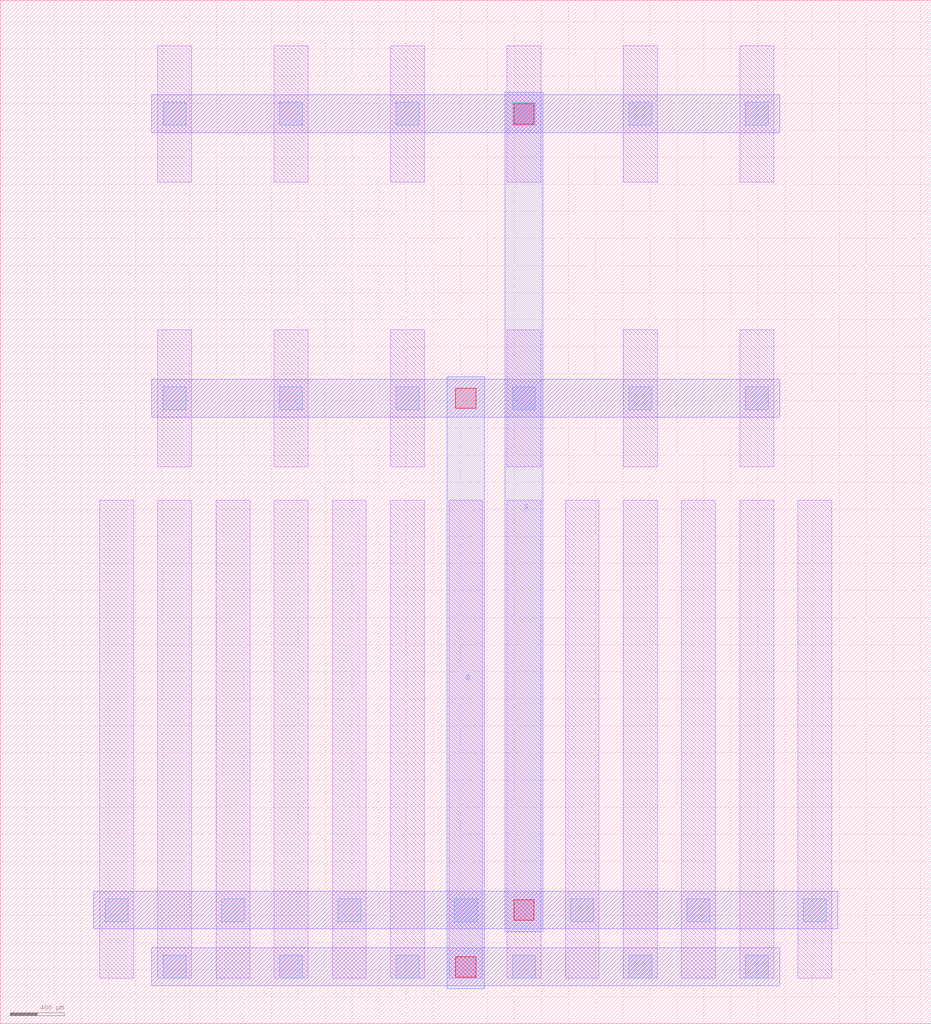
<source format=lef>
MACRO DCL_PMOS_S_85143712_X6_Y1
  UNITS 
    DATABASE MICRONS UNITS 1000;
  END UNITS 
  ORIGIN 0 0 ;
  FOREIGN DCL_PMOS_S_85143712_X6_Y1 0 0 ;
  SIZE 6880 BY 7560 ;
  PIN D
    DIRECTION INOUT ;
    USE SIGNAL ;
    PORT
      LAYER M3 ;
        RECT 3300 260 3580 4780 ;
    END
  END D
  PIN S
    DIRECTION INOUT ;
    USE SIGNAL ;
    PORT
      LAYER M3 ;
        RECT 3730 680 4010 6880 ;
    END
  END S
  OBS
    LAYER M1 ;
      RECT 1165 335 1415 3865 ;
    LAYER M1 ;
      RECT 1165 4115 1415 5125 ;
    LAYER M1 ;
      RECT 1165 6215 1415 7225 ;
    LAYER M1 ;
      RECT 735 335 985 3865 ;
    LAYER M1 ;
      RECT 1595 335 1845 3865 ;
    LAYER M1 ;
      RECT 2025 335 2275 3865 ;
    LAYER M1 ;
      RECT 2025 4115 2275 5125 ;
    LAYER M1 ;
      RECT 2025 6215 2275 7225 ;
    LAYER M1 ;
      RECT 2455 335 2705 3865 ;
    LAYER M1 ;
      RECT 2885 335 3135 3865 ;
    LAYER M1 ;
      RECT 2885 4115 3135 5125 ;
    LAYER M1 ;
      RECT 2885 6215 3135 7225 ;
    LAYER M1 ;
      RECT 3315 335 3565 3865 ;
    LAYER M1 ;
      RECT 3745 335 3995 3865 ;
    LAYER M1 ;
      RECT 3745 4115 3995 5125 ;
    LAYER M1 ;
      RECT 3745 6215 3995 7225 ;
    LAYER M1 ;
      RECT 4175 335 4425 3865 ;
    LAYER M1 ;
      RECT 4605 335 4855 3865 ;
    LAYER M1 ;
      RECT 4605 4115 4855 5125 ;
    LAYER M1 ;
      RECT 4605 6215 4855 7225 ;
    LAYER M1 ;
      RECT 5035 335 5285 3865 ;
    LAYER M1 ;
      RECT 5465 335 5715 3865 ;
    LAYER M1 ;
      RECT 5465 4115 5715 5125 ;
    LAYER M1 ;
      RECT 5465 6215 5715 7225 ;
    LAYER M1 ;
      RECT 5895 335 6145 3865 ;
    LAYER M2 ;
      RECT 1120 4480 5760 4760 ;
    LAYER M2 ;
      RECT 1120 280 5760 560 ;
    LAYER M2 ;
      RECT 1120 6580 5760 6860 ;
    LAYER M2 ;
      RECT 690 700 6190 980 ;
    LAYER V1 ;
      RECT 1205 335 1375 505 ;
    LAYER V1 ;
      RECT 1205 4535 1375 4705 ;
    LAYER V1 ;
      RECT 1205 6635 1375 6805 ;
    LAYER V1 ;
      RECT 2065 335 2235 505 ;
    LAYER V1 ;
      RECT 2065 4535 2235 4705 ;
    LAYER V1 ;
      RECT 2065 6635 2235 6805 ;
    LAYER V1 ;
      RECT 2925 335 3095 505 ;
    LAYER V1 ;
      RECT 2925 4535 3095 4705 ;
    LAYER V1 ;
      RECT 2925 6635 3095 6805 ;
    LAYER V1 ;
      RECT 3785 335 3955 505 ;
    LAYER V1 ;
      RECT 3785 4535 3955 4705 ;
    LAYER V1 ;
      RECT 3785 6635 3955 6805 ;
    LAYER V1 ;
      RECT 4645 335 4815 505 ;
    LAYER V1 ;
      RECT 4645 4535 4815 4705 ;
    LAYER V1 ;
      RECT 4645 6635 4815 6805 ;
    LAYER V1 ;
      RECT 5505 335 5675 505 ;
    LAYER V1 ;
      RECT 5505 4535 5675 4705 ;
    LAYER V1 ;
      RECT 5505 6635 5675 6805 ;
    LAYER V1 ;
      RECT 775 755 945 925 ;
    LAYER V1 ;
      RECT 1635 755 1805 925 ;
    LAYER V1 ;
      RECT 2495 755 2665 925 ;
    LAYER V1 ;
      RECT 3355 755 3525 925 ;
    LAYER V1 ;
      RECT 4215 755 4385 925 ;
    LAYER V1 ;
      RECT 5075 755 5245 925 ;
    LAYER V1 ;
      RECT 5935 755 6105 925 ;
    LAYER V2 ;
      RECT 3365 345 3515 495 ;
    LAYER V2 ;
      RECT 3365 4545 3515 4695 ;
    LAYER V2 ;
      RECT 3795 765 3945 915 ;
    LAYER V2 ;
      RECT 3795 6645 3945 6795 ;
  END
END DCL_PMOS_S_85143712_X6_Y1

</source>
